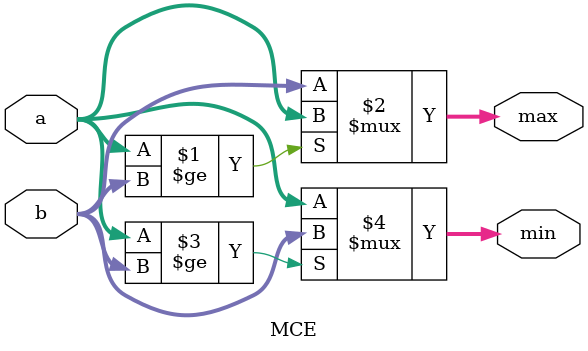
<source format=sv>
module MCE #(parameter SIZE = 8)
           (input [SIZE-1:0]  a,
            input [SIZE-1:0]  b,
            output [SIZE-1:0] max,
            output [SIZE-1:0] min);

assign max = (a>=b)? a: b;
assign min = (a>=b)? b: a;

endmodule

</source>
